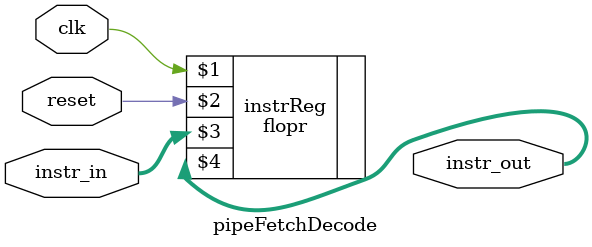
<source format=sv>
module pipeFetchDecode(	input  logic clk, reset,
								input  logic [31:0] instr_in,
								output logic [31:0] instr_out);

flopr instrReg(clk, reset, instr_in, instr_out);
								
endmodule 
</source>
